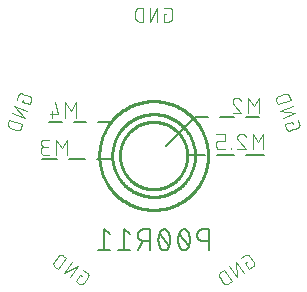
<source format=gbr>
G04 EAGLE Gerber RS-274X export*
G75*
%MOMM*%
%FSLAX34Y34*%
%LPD*%
%INSilkscreen Bottom*%
%IPPOS*%
%AMOC8*
5,1,8,0,0,1.08239X$1,22.5*%
G01*
%ADD10C,0.101600*%
%ADD11C,0.152400*%
%ADD12C,0.254000*%
%ADD13C,0.203200*%


D10*
X357094Y466149D02*
X355146Y466149D01*
X355146Y459658D01*
X359041Y459658D01*
X359140Y459660D01*
X359240Y459666D01*
X359339Y459675D01*
X359437Y459688D01*
X359535Y459705D01*
X359633Y459726D01*
X359729Y459751D01*
X359824Y459779D01*
X359918Y459811D01*
X360011Y459846D01*
X360103Y459885D01*
X360193Y459928D01*
X360281Y459973D01*
X360368Y460023D01*
X360452Y460075D01*
X360535Y460131D01*
X360615Y460189D01*
X360693Y460251D01*
X360768Y460316D01*
X360841Y460384D01*
X360911Y460454D01*
X360979Y460527D01*
X361044Y460602D01*
X361106Y460680D01*
X361164Y460760D01*
X361220Y460843D01*
X361272Y460927D01*
X361322Y461014D01*
X361367Y461102D01*
X361410Y461192D01*
X361449Y461284D01*
X361484Y461377D01*
X361516Y461471D01*
X361544Y461566D01*
X361569Y461662D01*
X361590Y461760D01*
X361607Y461858D01*
X361620Y461956D01*
X361629Y462055D01*
X361635Y462155D01*
X361637Y462254D01*
X361638Y462254D02*
X361638Y468746D01*
X361637Y468746D02*
X361635Y468845D01*
X361629Y468945D01*
X361620Y469044D01*
X361607Y469142D01*
X361590Y469240D01*
X361569Y469338D01*
X361544Y469434D01*
X361516Y469529D01*
X361484Y469623D01*
X361449Y469716D01*
X361410Y469808D01*
X361367Y469898D01*
X361322Y469986D01*
X361272Y470073D01*
X361220Y470157D01*
X361164Y470240D01*
X361106Y470320D01*
X361044Y470398D01*
X360979Y470473D01*
X360911Y470546D01*
X360841Y470616D01*
X360768Y470684D01*
X360693Y470749D01*
X360615Y470811D01*
X360535Y470869D01*
X360452Y470925D01*
X360368Y470977D01*
X360281Y471027D01*
X360193Y471072D01*
X360103Y471115D01*
X360011Y471154D01*
X359918Y471189D01*
X359824Y471221D01*
X359729Y471249D01*
X359633Y471274D01*
X359535Y471295D01*
X359437Y471312D01*
X359339Y471325D01*
X359240Y471334D01*
X359140Y471340D01*
X359041Y471342D01*
X355146Y471342D01*
X349446Y471342D02*
X349446Y459658D01*
X342954Y459658D02*
X349446Y471342D01*
X342954Y471342D02*
X342954Y459658D01*
X337254Y459658D02*
X337254Y471342D01*
X334008Y471342D01*
X333895Y471340D01*
X333782Y471334D01*
X333669Y471324D01*
X333556Y471310D01*
X333444Y471293D01*
X333333Y471271D01*
X333223Y471246D01*
X333113Y471216D01*
X333005Y471183D01*
X332898Y471146D01*
X332792Y471106D01*
X332688Y471061D01*
X332585Y471013D01*
X332484Y470962D01*
X332385Y470907D01*
X332288Y470849D01*
X332193Y470787D01*
X332100Y470722D01*
X332010Y470654D01*
X331922Y470583D01*
X331836Y470508D01*
X331753Y470431D01*
X331673Y470351D01*
X331596Y470268D01*
X331521Y470182D01*
X331450Y470094D01*
X331382Y470004D01*
X331317Y469911D01*
X331255Y469816D01*
X331197Y469719D01*
X331142Y469620D01*
X331091Y469519D01*
X331043Y469416D01*
X330998Y469312D01*
X330958Y469206D01*
X330921Y469099D01*
X330888Y468991D01*
X330858Y468881D01*
X330833Y468771D01*
X330811Y468660D01*
X330794Y468548D01*
X330780Y468435D01*
X330770Y468322D01*
X330764Y468209D01*
X330762Y468096D01*
X330762Y462904D01*
X330764Y462791D01*
X330770Y462678D01*
X330780Y462565D01*
X330794Y462452D01*
X330811Y462340D01*
X330833Y462229D01*
X330858Y462119D01*
X330888Y462009D01*
X330921Y461901D01*
X330958Y461794D01*
X330998Y461688D01*
X331043Y461584D01*
X331091Y461481D01*
X331142Y461380D01*
X331197Y461281D01*
X331255Y461184D01*
X331317Y461089D01*
X331382Y460996D01*
X331450Y460906D01*
X331521Y460818D01*
X331596Y460732D01*
X331673Y460649D01*
X331753Y460569D01*
X331836Y460492D01*
X331922Y460417D01*
X332010Y460346D01*
X332100Y460278D01*
X332193Y460213D01*
X332288Y460151D01*
X332385Y460093D01*
X332484Y460038D01*
X332585Y459987D01*
X332688Y459939D01*
X332792Y459894D01*
X332898Y459854D01*
X333005Y459817D01*
X333113Y459784D01*
X333223Y459754D01*
X333333Y459729D01*
X333444Y459707D01*
X333556Y459690D01*
X333669Y459676D01*
X333782Y459666D01*
X333895Y459660D01*
X334008Y459658D01*
X337254Y459658D01*
X463370Y374915D02*
X464036Y373085D01*
X463370Y374915D02*
X457270Y372695D01*
X458602Y369035D01*
X458603Y369035D02*
X458638Y368942D01*
X458678Y368851D01*
X458720Y368761D01*
X458767Y368673D01*
X458816Y368587D01*
X458869Y368503D01*
X458925Y368420D01*
X458984Y368340D01*
X459046Y368263D01*
X459111Y368188D01*
X459179Y368115D01*
X459250Y368045D01*
X459323Y367978D01*
X459399Y367913D01*
X459477Y367852D01*
X459558Y367793D01*
X459640Y367738D01*
X459725Y367686D01*
X459812Y367637D01*
X459900Y367592D01*
X459990Y367550D01*
X460082Y367511D01*
X460175Y367476D01*
X460269Y367445D01*
X460365Y367417D01*
X460461Y367393D01*
X460559Y367372D01*
X460657Y367356D01*
X460755Y367343D01*
X460854Y367334D01*
X460954Y367329D01*
X461053Y367327D01*
X461153Y367329D01*
X461252Y367335D01*
X461351Y367345D01*
X461449Y367359D01*
X461547Y367377D01*
X461644Y367398D01*
X461741Y367423D01*
X461836Y367451D01*
X461930Y367484D01*
X461930Y367483D02*
X468030Y369703D01*
X468030Y369704D02*
X468123Y369739D01*
X468214Y369779D01*
X468304Y369821D01*
X468392Y369868D01*
X468478Y369917D01*
X468562Y369970D01*
X468645Y370026D01*
X468725Y370085D01*
X468802Y370147D01*
X468877Y370212D01*
X468950Y370280D01*
X469020Y370351D01*
X469087Y370424D01*
X469152Y370500D01*
X469213Y370578D01*
X469272Y370659D01*
X469327Y370741D01*
X469379Y370826D01*
X469428Y370913D01*
X469473Y371001D01*
X469515Y371091D01*
X469554Y371183D01*
X469589Y371276D01*
X469620Y371370D01*
X469648Y371466D01*
X469672Y371562D01*
X469693Y371660D01*
X469709Y371758D01*
X469722Y371856D01*
X469731Y371955D01*
X469736Y372055D01*
X469738Y372154D01*
X469736Y372253D01*
X469730Y372353D01*
X469720Y372452D01*
X469706Y372550D01*
X469688Y372648D01*
X469667Y372745D01*
X469642Y372842D01*
X469614Y372937D01*
X469581Y373031D01*
X469582Y373031D02*
X468250Y376691D01*
X466300Y382048D02*
X455320Y378052D01*
X453100Y384152D02*
X466300Y382048D01*
X464080Y388148D02*
X453100Y384152D01*
X451151Y389509D02*
X462130Y393505D01*
X461020Y396555D01*
X460980Y396661D01*
X460935Y396765D01*
X460887Y396868D01*
X460836Y396969D01*
X460781Y397068D01*
X460723Y397165D01*
X460661Y397260D01*
X460596Y397353D01*
X460528Y397443D01*
X460457Y397531D01*
X460382Y397617D01*
X460305Y397700D01*
X460225Y397780D01*
X460142Y397857D01*
X460056Y397932D01*
X459968Y398003D01*
X459878Y398071D01*
X459785Y398136D01*
X459690Y398198D01*
X459593Y398256D01*
X459494Y398311D01*
X459393Y398362D01*
X459290Y398410D01*
X459186Y398455D01*
X459080Y398495D01*
X458973Y398532D01*
X458865Y398565D01*
X458755Y398595D01*
X458645Y398620D01*
X458534Y398642D01*
X458422Y398659D01*
X458309Y398673D01*
X458196Y398683D01*
X458083Y398689D01*
X457970Y398691D01*
X457857Y398689D01*
X457744Y398683D01*
X457631Y398673D01*
X457518Y398659D01*
X457406Y398642D01*
X457295Y398620D01*
X457185Y398595D01*
X457075Y398565D01*
X456967Y398532D01*
X456860Y398495D01*
X456860Y398494D02*
X451980Y396718D01*
X451980Y396719D02*
X451874Y396679D01*
X451770Y396634D01*
X451667Y396586D01*
X451566Y396535D01*
X451467Y396480D01*
X451370Y396422D01*
X451275Y396360D01*
X451182Y396295D01*
X451092Y396227D01*
X451004Y396156D01*
X450918Y396081D01*
X450835Y396004D01*
X450755Y395924D01*
X450678Y395841D01*
X450603Y395755D01*
X450532Y395667D01*
X450464Y395577D01*
X450399Y395484D01*
X450337Y395389D01*
X450279Y395292D01*
X450224Y395193D01*
X450173Y395092D01*
X450125Y394989D01*
X450080Y394885D01*
X450040Y394779D01*
X450003Y394672D01*
X449970Y394564D01*
X449940Y394454D01*
X449915Y394344D01*
X449893Y394233D01*
X449876Y394121D01*
X449862Y394008D01*
X449852Y393895D01*
X449846Y393782D01*
X449844Y393669D01*
X449846Y393556D01*
X449852Y393443D01*
X449862Y393330D01*
X449876Y393217D01*
X449893Y393105D01*
X449915Y392994D01*
X449940Y392884D01*
X449970Y392774D01*
X450003Y392666D01*
X450040Y392559D01*
X450041Y392559D02*
X451151Y389509D01*
X424851Y256480D02*
X423256Y255363D01*
X426979Y250046D01*
X430170Y252280D01*
X430169Y252280D02*
X430249Y252339D01*
X430327Y252401D01*
X430403Y252465D01*
X430476Y252533D01*
X430547Y252603D01*
X430614Y252676D01*
X430679Y252751D01*
X430741Y252829D01*
X430800Y252909D01*
X430856Y252991D01*
X430909Y253076D01*
X430958Y253162D01*
X431004Y253250D01*
X431047Y253340D01*
X431086Y253431D01*
X431121Y253524D01*
X431153Y253618D01*
X431182Y253714D01*
X431206Y253810D01*
X431227Y253907D01*
X431245Y254005D01*
X431258Y254104D01*
X431268Y254203D01*
X431274Y254302D01*
X431276Y254401D01*
X431274Y254501D01*
X431269Y254600D01*
X431259Y254699D01*
X431246Y254798D01*
X431230Y254896D01*
X431209Y254993D01*
X431185Y255090D01*
X431157Y255185D01*
X431125Y255279D01*
X431090Y255372D01*
X431051Y255464D01*
X431009Y255554D01*
X430963Y255642D01*
X430914Y255729D01*
X430862Y255813D01*
X430807Y255896D01*
X427084Y261213D01*
X427025Y261293D01*
X426963Y261371D01*
X426899Y261447D01*
X426831Y261520D01*
X426761Y261591D01*
X426688Y261658D01*
X426613Y261723D01*
X426535Y261785D01*
X426455Y261844D01*
X426373Y261900D01*
X426288Y261953D01*
X426202Y262002D01*
X426114Y262048D01*
X426024Y262091D01*
X425933Y262130D01*
X425840Y262165D01*
X425746Y262197D01*
X425650Y262226D01*
X425554Y262250D01*
X425457Y262271D01*
X425359Y262289D01*
X425260Y262302D01*
X425161Y262312D01*
X425062Y262318D01*
X424963Y262320D01*
X424863Y262318D01*
X424764Y262313D01*
X424665Y262304D01*
X424566Y262290D01*
X424468Y262274D01*
X424371Y262253D01*
X424274Y262229D01*
X424179Y262201D01*
X424085Y262169D01*
X423992Y262134D01*
X423900Y262095D01*
X423810Y262053D01*
X423722Y262007D01*
X423635Y261958D01*
X423551Y261906D01*
X423468Y261851D01*
X420278Y259617D01*
X415608Y256347D02*
X422309Y246776D01*
X416992Y243053D02*
X415608Y256347D01*
X410291Y252624D02*
X416992Y243053D01*
X412322Y239783D02*
X405621Y249354D01*
X402962Y247492D01*
X402962Y247493D02*
X402871Y247426D01*
X402781Y247357D01*
X402694Y247284D01*
X402610Y247208D01*
X402529Y247129D01*
X402450Y247048D01*
X402374Y246964D01*
X402301Y246877D01*
X402232Y246788D01*
X402165Y246696D01*
X402102Y246602D01*
X402042Y246506D01*
X401985Y246408D01*
X401932Y246308D01*
X401882Y246206D01*
X401836Y246102D01*
X401794Y245997D01*
X401755Y245891D01*
X401720Y245783D01*
X401689Y245674D01*
X401661Y245564D01*
X401638Y245453D01*
X401618Y245342D01*
X401602Y245230D01*
X401590Y245117D01*
X401582Y245004D01*
X401578Y244891D01*
X401578Y244777D01*
X401582Y244664D01*
X401590Y244551D01*
X401602Y244438D01*
X401618Y244326D01*
X401638Y244215D01*
X401661Y244104D01*
X401689Y243994D01*
X401720Y243885D01*
X401755Y243777D01*
X401794Y243671D01*
X401836Y243566D01*
X401882Y243462D01*
X401932Y243360D01*
X401985Y243260D01*
X402042Y243162D01*
X402102Y243066D01*
X402165Y242972D01*
X405144Y238718D01*
X405143Y238718D02*
X405210Y238627D01*
X405279Y238537D01*
X405352Y238450D01*
X405428Y238366D01*
X405507Y238285D01*
X405588Y238206D01*
X405672Y238130D01*
X405759Y238057D01*
X405849Y237988D01*
X405940Y237921D01*
X406034Y237858D01*
X406130Y237798D01*
X406228Y237741D01*
X406328Y237688D01*
X406430Y237638D01*
X406534Y237592D01*
X406639Y237550D01*
X406745Y237511D01*
X406853Y237476D01*
X406962Y237445D01*
X407072Y237417D01*
X407183Y237394D01*
X407294Y237374D01*
X407406Y237358D01*
X407519Y237346D01*
X407632Y237338D01*
X407745Y237334D01*
X407859Y237334D01*
X407972Y237338D01*
X408085Y237346D01*
X408198Y237358D01*
X408310Y237374D01*
X408421Y237394D01*
X408532Y237417D01*
X408642Y237445D01*
X408751Y237476D01*
X408859Y237511D01*
X408965Y237550D01*
X409070Y237592D01*
X409174Y237638D01*
X409276Y237688D01*
X409376Y237741D01*
X409474Y237798D01*
X409570Y237858D01*
X409664Y237921D01*
X412322Y239783D01*
X285396Y243983D02*
X283801Y245100D01*
X280078Y239783D01*
X283268Y237549D01*
X283351Y237494D01*
X283435Y237442D01*
X283522Y237393D01*
X283610Y237347D01*
X283700Y237305D01*
X283792Y237266D01*
X283885Y237231D01*
X283979Y237199D01*
X284074Y237171D01*
X284171Y237147D01*
X284268Y237126D01*
X284366Y237110D01*
X284465Y237096D01*
X284564Y237087D01*
X284663Y237082D01*
X284763Y237080D01*
X284862Y237082D01*
X284961Y237088D01*
X285060Y237098D01*
X285159Y237111D01*
X285257Y237129D01*
X285354Y237150D01*
X285450Y237174D01*
X285546Y237203D01*
X285640Y237235D01*
X285733Y237270D01*
X285824Y237309D01*
X285914Y237352D01*
X286002Y237398D01*
X286088Y237447D01*
X286173Y237500D01*
X286255Y237556D01*
X286335Y237615D01*
X286413Y237677D01*
X286488Y237742D01*
X286561Y237809D01*
X286631Y237880D01*
X286699Y237953D01*
X286763Y238029D01*
X286825Y238107D01*
X286884Y238187D01*
X290607Y243504D01*
X290662Y243587D01*
X290714Y243671D01*
X290763Y243758D01*
X290809Y243846D01*
X290851Y243936D01*
X290890Y244028D01*
X290925Y244121D01*
X290957Y244215D01*
X290985Y244310D01*
X291009Y244407D01*
X291030Y244504D01*
X291046Y244602D01*
X291060Y244701D01*
X291069Y244800D01*
X291074Y244899D01*
X291076Y244999D01*
X291074Y245098D01*
X291068Y245197D01*
X291058Y245296D01*
X291045Y245395D01*
X291027Y245493D01*
X291006Y245590D01*
X290982Y245686D01*
X290953Y245782D01*
X290921Y245876D01*
X290886Y245969D01*
X290847Y246060D01*
X290804Y246150D01*
X290758Y246238D01*
X290709Y246324D01*
X290656Y246409D01*
X290600Y246491D01*
X290541Y246571D01*
X290479Y246649D01*
X290414Y246724D01*
X290347Y246797D01*
X290276Y246867D01*
X290203Y246935D01*
X290127Y246999D01*
X290049Y247061D01*
X289969Y247120D01*
X289970Y247120D02*
X286779Y249354D01*
X282110Y252624D02*
X275408Y243053D01*
X270091Y246776D02*
X282110Y252624D01*
X276792Y256347D02*
X270091Y246776D01*
X265421Y250046D02*
X272122Y259617D01*
X269464Y261478D01*
X269464Y261479D02*
X269370Y261542D01*
X269274Y261602D01*
X269176Y261659D01*
X269076Y261712D01*
X268974Y261762D01*
X268870Y261808D01*
X268765Y261850D01*
X268659Y261889D01*
X268551Y261924D01*
X268442Y261955D01*
X268332Y261983D01*
X268221Y262006D01*
X268110Y262026D01*
X267998Y262042D01*
X267885Y262054D01*
X267772Y262062D01*
X267659Y262066D01*
X267545Y262066D01*
X267432Y262062D01*
X267319Y262054D01*
X267206Y262042D01*
X267094Y262026D01*
X266983Y262006D01*
X266872Y261983D01*
X266762Y261955D01*
X266653Y261924D01*
X266545Y261889D01*
X266439Y261850D01*
X266334Y261808D01*
X266230Y261762D01*
X266128Y261712D01*
X266028Y261659D01*
X265930Y261602D01*
X265834Y261542D01*
X265740Y261479D01*
X265649Y261412D01*
X265559Y261343D01*
X265472Y261270D01*
X265388Y261194D01*
X265307Y261115D01*
X265228Y261034D01*
X265152Y260950D01*
X265079Y260863D01*
X265010Y260774D01*
X264943Y260682D01*
X264944Y260681D02*
X261965Y256428D01*
X261902Y256334D01*
X261842Y256238D01*
X261785Y256140D01*
X261732Y256040D01*
X261682Y255938D01*
X261636Y255834D01*
X261594Y255729D01*
X261555Y255623D01*
X261520Y255515D01*
X261489Y255406D01*
X261461Y255296D01*
X261438Y255185D01*
X261418Y255074D01*
X261402Y254962D01*
X261390Y254849D01*
X261382Y254736D01*
X261378Y254623D01*
X261378Y254509D01*
X261382Y254396D01*
X261390Y254283D01*
X261402Y254170D01*
X261418Y254058D01*
X261438Y253947D01*
X261461Y253836D01*
X261489Y253726D01*
X261520Y253617D01*
X261555Y253509D01*
X261594Y253403D01*
X261636Y253298D01*
X261682Y253194D01*
X261732Y253092D01*
X261785Y252992D01*
X261842Y252894D01*
X261902Y252798D01*
X261965Y252704D01*
X262032Y252612D01*
X262101Y252523D01*
X262174Y252436D01*
X262250Y252352D01*
X262329Y252271D01*
X262410Y252192D01*
X262494Y252116D01*
X262581Y252043D01*
X262671Y251974D01*
X262762Y251907D01*
X265421Y250046D01*
X235150Y391729D02*
X235816Y393559D01*
X235150Y391729D02*
X241250Y389509D01*
X242582Y393169D01*
X242581Y393169D02*
X242614Y393263D01*
X242642Y393358D01*
X242667Y393455D01*
X242688Y393552D01*
X242706Y393650D01*
X242720Y393748D01*
X242730Y393847D01*
X242736Y393947D01*
X242738Y394046D01*
X242736Y394145D01*
X242731Y394245D01*
X242722Y394344D01*
X242709Y394442D01*
X242693Y394540D01*
X242672Y394638D01*
X242648Y394734D01*
X242620Y394830D01*
X242589Y394924D01*
X242554Y395017D01*
X242515Y395109D01*
X242473Y395199D01*
X242428Y395287D01*
X242379Y395374D01*
X242327Y395459D01*
X242272Y395541D01*
X242213Y395622D01*
X242152Y395700D01*
X242087Y395776D01*
X242020Y395849D01*
X241950Y395920D01*
X241877Y395988D01*
X241802Y396053D01*
X241725Y396115D01*
X241645Y396174D01*
X241562Y396230D01*
X241478Y396283D01*
X241392Y396332D01*
X241304Y396379D01*
X241214Y396421D01*
X241123Y396461D01*
X241030Y396496D01*
X234930Y398716D01*
X234930Y398717D02*
X234836Y398750D01*
X234741Y398778D01*
X234644Y398803D01*
X234547Y398824D01*
X234449Y398842D01*
X234351Y398856D01*
X234252Y398866D01*
X234153Y398872D01*
X234053Y398874D01*
X233954Y398872D01*
X233854Y398867D01*
X233755Y398858D01*
X233657Y398845D01*
X233558Y398829D01*
X233461Y398808D01*
X233365Y398784D01*
X233269Y398756D01*
X233175Y398725D01*
X233081Y398690D01*
X232990Y398651D01*
X232900Y398609D01*
X232811Y398564D01*
X232724Y398515D01*
X232640Y398463D01*
X232557Y398408D01*
X232476Y398349D01*
X232398Y398288D01*
X232322Y398223D01*
X232249Y398156D01*
X232179Y398086D01*
X232111Y398013D01*
X232046Y397938D01*
X231983Y397860D01*
X231924Y397780D01*
X231868Y397698D01*
X231815Y397614D01*
X231766Y397527D01*
X231720Y397439D01*
X231677Y397349D01*
X231637Y397258D01*
X231602Y397165D01*
X230270Y393505D01*
X228320Y388148D02*
X239300Y384152D01*
X237080Y378052D02*
X228320Y388148D01*
X226100Y382048D02*
X237080Y378052D01*
X235130Y372695D02*
X224151Y376691D01*
X223041Y373641D01*
X223040Y373641D02*
X223003Y373534D01*
X222970Y373426D01*
X222940Y373316D01*
X222915Y373206D01*
X222893Y373095D01*
X222876Y372983D01*
X222862Y372870D01*
X222852Y372757D01*
X222846Y372644D01*
X222844Y372531D01*
X222846Y372418D01*
X222852Y372305D01*
X222862Y372192D01*
X222876Y372079D01*
X222893Y371967D01*
X222915Y371856D01*
X222940Y371746D01*
X222970Y371636D01*
X223003Y371528D01*
X223040Y371421D01*
X223080Y371315D01*
X223125Y371211D01*
X223173Y371108D01*
X223224Y371007D01*
X223279Y370908D01*
X223337Y370811D01*
X223399Y370716D01*
X223464Y370623D01*
X223532Y370533D01*
X223603Y370445D01*
X223678Y370359D01*
X223755Y370276D01*
X223835Y370196D01*
X223918Y370119D01*
X224004Y370044D01*
X224092Y369973D01*
X224182Y369905D01*
X224275Y369840D01*
X224370Y369778D01*
X224467Y369720D01*
X224566Y369665D01*
X224667Y369614D01*
X224770Y369566D01*
X224874Y369521D01*
X224980Y369481D01*
X229860Y367705D01*
X229860Y367706D02*
X229967Y367669D01*
X230076Y367636D01*
X230185Y367606D01*
X230295Y367581D01*
X230407Y367559D01*
X230518Y367542D01*
X230631Y367528D01*
X230744Y367518D01*
X230857Y367512D01*
X230970Y367510D01*
X231083Y367512D01*
X231196Y367518D01*
X231309Y367528D01*
X231422Y367542D01*
X231534Y367559D01*
X231645Y367581D01*
X231755Y367606D01*
X231864Y367636D01*
X231973Y367669D01*
X232080Y367706D01*
X232186Y367746D01*
X232290Y367791D01*
X232393Y367838D01*
X232493Y367890D01*
X232593Y367945D01*
X232690Y368003D01*
X232785Y368065D01*
X232877Y368130D01*
X232968Y368198D01*
X233056Y368269D01*
X233141Y368344D01*
X233224Y368421D01*
X233304Y368501D01*
X233382Y368584D01*
X233456Y368669D01*
X233527Y368757D01*
X233595Y368848D01*
X233660Y368940D01*
X233722Y369035D01*
X233780Y369133D01*
X233835Y369232D01*
X233887Y369333D01*
X233934Y369435D01*
X233979Y369539D01*
X234019Y369645D01*
X234020Y369645D02*
X235130Y372695D01*
D11*
X392918Y283853D02*
X392918Y266073D01*
X392918Y283853D02*
X387980Y283853D01*
X387840Y283851D01*
X387701Y283845D01*
X387561Y283835D01*
X387422Y283821D01*
X387283Y283804D01*
X387145Y283782D01*
X387008Y283756D01*
X386871Y283727D01*
X386735Y283694D01*
X386601Y283657D01*
X386467Y283616D01*
X386335Y283571D01*
X386203Y283522D01*
X386074Y283470D01*
X385946Y283415D01*
X385819Y283355D01*
X385694Y283292D01*
X385571Y283226D01*
X385450Y283156D01*
X385331Y283083D01*
X385214Y283006D01*
X385100Y282926D01*
X384987Y282843D01*
X384877Y282757D01*
X384770Y282667D01*
X384665Y282575D01*
X384563Y282480D01*
X384463Y282382D01*
X384366Y282281D01*
X384272Y282177D01*
X384182Y282071D01*
X384094Y281962D01*
X384009Y281851D01*
X383928Y281737D01*
X383849Y281622D01*
X383774Y281504D01*
X383703Y281384D01*
X383635Y281261D01*
X383570Y281138D01*
X383509Y281012D01*
X383451Y280884D01*
X383397Y280756D01*
X383347Y280625D01*
X383300Y280493D01*
X383257Y280360D01*
X383218Y280226D01*
X383183Y280091D01*
X383152Y279955D01*
X383124Y279817D01*
X383101Y279680D01*
X383081Y279541D01*
X383065Y279402D01*
X383053Y279263D01*
X383045Y279124D01*
X383041Y278984D01*
X383041Y278844D01*
X383045Y278704D01*
X383053Y278565D01*
X383065Y278426D01*
X383081Y278287D01*
X383101Y278148D01*
X383124Y278011D01*
X383152Y277873D01*
X383183Y277737D01*
X383218Y277602D01*
X383257Y277468D01*
X383300Y277335D01*
X383347Y277203D01*
X383397Y277072D01*
X383451Y276944D01*
X383509Y276816D01*
X383570Y276690D01*
X383635Y276567D01*
X383703Y276445D01*
X383774Y276324D01*
X383849Y276206D01*
X383928Y276091D01*
X384009Y275977D01*
X384094Y275866D01*
X384182Y275757D01*
X384272Y275651D01*
X384366Y275547D01*
X384463Y275446D01*
X384563Y275348D01*
X384665Y275253D01*
X384770Y275161D01*
X384877Y275071D01*
X384987Y274985D01*
X385100Y274902D01*
X385214Y274822D01*
X385331Y274745D01*
X385450Y274672D01*
X385571Y274602D01*
X385694Y274536D01*
X385819Y274473D01*
X385946Y274413D01*
X386074Y274358D01*
X386203Y274306D01*
X386335Y274257D01*
X386467Y274212D01*
X386601Y274171D01*
X386735Y274134D01*
X386871Y274101D01*
X387008Y274072D01*
X387145Y274046D01*
X387283Y274024D01*
X387422Y274007D01*
X387561Y273993D01*
X387701Y273983D01*
X387840Y273977D01*
X387980Y273975D01*
X392918Y273975D01*
X376923Y274963D02*
X376919Y275313D01*
X376906Y275662D01*
X376885Y276011D01*
X376856Y276360D01*
X376819Y276708D01*
X376773Y277055D01*
X376719Y277400D01*
X376657Y277744D01*
X376586Y278087D01*
X376507Y278428D01*
X376421Y278767D01*
X376326Y279103D01*
X376223Y279438D01*
X376112Y279769D01*
X375994Y280099D01*
X375867Y280425D01*
X375733Y280748D01*
X375591Y281067D01*
X375441Y281384D01*
X375442Y281383D02*
X375402Y281496D01*
X375358Y281606D01*
X375310Y281716D01*
X375259Y281823D01*
X375204Y281929D01*
X375146Y282034D01*
X375084Y282136D01*
X375019Y282236D01*
X374951Y282334D01*
X374880Y282430D01*
X374805Y282523D01*
X374728Y282614D01*
X374648Y282702D01*
X374565Y282787D01*
X374479Y282870D01*
X374390Y282950D01*
X374299Y283027D01*
X374205Y283101D01*
X374109Y283172D01*
X374011Y283240D01*
X373911Y283304D01*
X373808Y283366D01*
X373704Y283423D01*
X373598Y283478D01*
X373490Y283529D01*
X373380Y283576D01*
X373269Y283620D01*
X373157Y283660D01*
X373043Y283696D01*
X372929Y283729D01*
X372813Y283758D01*
X372696Y283783D01*
X372579Y283804D01*
X372461Y283822D01*
X372342Y283835D01*
X372223Y283845D01*
X372104Y283851D01*
X371985Y283853D01*
X371866Y283851D01*
X371747Y283845D01*
X371628Y283835D01*
X371509Y283822D01*
X371391Y283804D01*
X371274Y283783D01*
X371157Y283758D01*
X371041Y283729D01*
X370927Y283696D01*
X370813Y283660D01*
X370701Y283620D01*
X370590Y283576D01*
X370480Y283529D01*
X370372Y283478D01*
X370266Y283423D01*
X370162Y283366D01*
X370059Y283304D01*
X369959Y283240D01*
X369861Y283172D01*
X369765Y283101D01*
X369671Y283027D01*
X369580Y282950D01*
X369491Y282870D01*
X369406Y282787D01*
X369322Y282702D01*
X369242Y282614D01*
X369165Y282523D01*
X369090Y282430D01*
X369019Y282334D01*
X368951Y282236D01*
X368886Y282136D01*
X368824Y282034D01*
X368766Y281929D01*
X368711Y281824D01*
X368660Y281716D01*
X368612Y281606D01*
X368568Y281496D01*
X368528Y281383D01*
X368528Y281384D02*
X368378Y281067D01*
X368236Y280748D01*
X368102Y280425D01*
X367975Y280099D01*
X367857Y279769D01*
X367746Y279438D01*
X367643Y279103D01*
X367548Y278767D01*
X367462Y278428D01*
X367383Y278087D01*
X367312Y277744D01*
X367250Y277400D01*
X367196Y277055D01*
X367150Y276708D01*
X367113Y276360D01*
X367084Y276011D01*
X367063Y275662D01*
X367050Y275313D01*
X367046Y274963D01*
X376923Y274963D02*
X376919Y274613D01*
X376906Y274264D01*
X376885Y273915D01*
X376856Y273566D01*
X376819Y273218D01*
X376773Y272871D01*
X376719Y272526D01*
X376657Y272182D01*
X376586Y271839D01*
X376507Y271498D01*
X376421Y271159D01*
X376326Y270823D01*
X376223Y270488D01*
X376112Y270157D01*
X375994Y269828D01*
X375867Y269501D01*
X375733Y269178D01*
X375591Y268859D01*
X375441Y268543D01*
X375442Y268542D02*
X375402Y268429D01*
X375358Y268319D01*
X375310Y268209D01*
X375259Y268102D01*
X375204Y267996D01*
X375146Y267891D01*
X375084Y267789D01*
X375019Y267689D01*
X374951Y267591D01*
X374880Y267495D01*
X374805Y267402D01*
X374728Y267311D01*
X374648Y267223D01*
X374565Y267138D01*
X374479Y267055D01*
X374390Y266975D01*
X374299Y266898D01*
X374205Y266824D01*
X374109Y266753D01*
X374011Y266685D01*
X373911Y266621D01*
X373808Y266559D01*
X373704Y266502D01*
X373598Y266447D01*
X373490Y266396D01*
X373380Y266349D01*
X373269Y266305D01*
X373157Y266265D01*
X373043Y266229D01*
X372929Y266196D01*
X372813Y266167D01*
X372696Y266142D01*
X372579Y266121D01*
X372461Y266103D01*
X372342Y266090D01*
X372223Y266080D01*
X372104Y266074D01*
X371985Y266072D01*
X368528Y268543D02*
X368378Y268859D01*
X368236Y269178D01*
X368102Y269501D01*
X367975Y269828D01*
X367857Y270157D01*
X367746Y270488D01*
X367643Y270823D01*
X367548Y271159D01*
X367462Y271498D01*
X367383Y271839D01*
X367312Y272182D01*
X367250Y272526D01*
X367196Y272871D01*
X367150Y273218D01*
X367113Y273566D01*
X367084Y273915D01*
X367063Y274264D01*
X367050Y274613D01*
X367046Y274963D01*
X368528Y268542D02*
X368568Y268429D01*
X368612Y268319D01*
X368660Y268209D01*
X368711Y268101D01*
X368766Y267995D01*
X368824Y267891D01*
X368886Y267789D01*
X368951Y267689D01*
X369019Y267591D01*
X369090Y267495D01*
X369165Y267402D01*
X369242Y267311D01*
X369322Y267223D01*
X369406Y267138D01*
X369491Y267055D01*
X369580Y266975D01*
X369671Y266898D01*
X369765Y266824D01*
X369861Y266753D01*
X369959Y266685D01*
X370059Y266621D01*
X370162Y266559D01*
X370266Y266501D01*
X370372Y266447D01*
X370480Y266396D01*
X370590Y266349D01*
X370701Y266305D01*
X370813Y266265D01*
X370927Y266229D01*
X371041Y266196D01*
X371157Y266167D01*
X371274Y266142D01*
X371391Y266121D01*
X371509Y266103D01*
X371628Y266090D01*
X371747Y266080D01*
X371866Y266074D01*
X371985Y266072D01*
X375936Y270024D02*
X368033Y279902D01*
X360173Y274963D02*
X360169Y275313D01*
X360156Y275662D01*
X360135Y276011D01*
X360106Y276360D01*
X360069Y276708D01*
X360023Y277055D01*
X359969Y277400D01*
X359907Y277744D01*
X359836Y278087D01*
X359757Y278428D01*
X359671Y278767D01*
X359576Y279103D01*
X359473Y279438D01*
X359362Y279769D01*
X359244Y280099D01*
X359117Y280425D01*
X358983Y280748D01*
X358841Y281067D01*
X358691Y281384D01*
X358691Y281383D02*
X358651Y281496D01*
X358607Y281606D01*
X358559Y281716D01*
X358508Y281823D01*
X358453Y281929D01*
X358395Y282034D01*
X358333Y282136D01*
X358268Y282236D01*
X358200Y282334D01*
X358129Y282430D01*
X358054Y282523D01*
X357977Y282614D01*
X357897Y282702D01*
X357814Y282787D01*
X357728Y282870D01*
X357639Y282950D01*
X357548Y283027D01*
X357454Y283101D01*
X357358Y283172D01*
X357260Y283240D01*
X357160Y283304D01*
X357057Y283366D01*
X356953Y283423D01*
X356847Y283478D01*
X356739Y283529D01*
X356629Y283576D01*
X356518Y283620D01*
X356406Y283660D01*
X356292Y283696D01*
X356178Y283729D01*
X356062Y283758D01*
X355945Y283783D01*
X355828Y283804D01*
X355710Y283822D01*
X355591Y283835D01*
X355472Y283845D01*
X355353Y283851D01*
X355234Y283853D01*
X355115Y283851D01*
X354996Y283845D01*
X354877Y283835D01*
X354758Y283822D01*
X354640Y283804D01*
X354523Y283783D01*
X354406Y283758D01*
X354290Y283729D01*
X354176Y283696D01*
X354062Y283660D01*
X353950Y283620D01*
X353839Y283576D01*
X353729Y283529D01*
X353621Y283478D01*
X353515Y283423D01*
X353411Y283366D01*
X353308Y283304D01*
X353208Y283240D01*
X353110Y283172D01*
X353014Y283101D01*
X352920Y283027D01*
X352829Y282950D01*
X352740Y282870D01*
X352655Y282787D01*
X352571Y282702D01*
X352491Y282614D01*
X352414Y282523D01*
X352339Y282430D01*
X352268Y282334D01*
X352200Y282236D01*
X352135Y282136D01*
X352073Y282034D01*
X352015Y281929D01*
X351960Y281824D01*
X351909Y281716D01*
X351861Y281606D01*
X351817Y281496D01*
X351777Y281383D01*
X351777Y281384D02*
X351627Y281067D01*
X351485Y280748D01*
X351351Y280425D01*
X351224Y280099D01*
X351106Y279769D01*
X350995Y279438D01*
X350892Y279103D01*
X350797Y278767D01*
X350711Y278428D01*
X350632Y278087D01*
X350561Y277744D01*
X350499Y277400D01*
X350445Y277055D01*
X350399Y276708D01*
X350362Y276360D01*
X350333Y276011D01*
X350312Y275662D01*
X350299Y275313D01*
X350295Y274963D01*
X360173Y274963D02*
X360169Y274613D01*
X360156Y274264D01*
X360135Y273915D01*
X360106Y273566D01*
X360069Y273218D01*
X360023Y272871D01*
X359969Y272526D01*
X359907Y272182D01*
X359836Y271839D01*
X359757Y271498D01*
X359671Y271159D01*
X359576Y270823D01*
X359473Y270488D01*
X359362Y270157D01*
X359244Y269828D01*
X359117Y269501D01*
X358983Y269178D01*
X358841Y268859D01*
X358691Y268543D01*
X358691Y268542D02*
X358651Y268429D01*
X358607Y268319D01*
X358559Y268209D01*
X358508Y268102D01*
X358453Y267996D01*
X358395Y267891D01*
X358333Y267789D01*
X358268Y267689D01*
X358200Y267591D01*
X358129Y267495D01*
X358054Y267402D01*
X357977Y267311D01*
X357897Y267223D01*
X357814Y267138D01*
X357728Y267055D01*
X357639Y266975D01*
X357548Y266898D01*
X357454Y266824D01*
X357358Y266753D01*
X357260Y266685D01*
X357160Y266621D01*
X357057Y266559D01*
X356953Y266502D01*
X356847Y266447D01*
X356739Y266396D01*
X356629Y266349D01*
X356518Y266305D01*
X356406Y266265D01*
X356292Y266229D01*
X356178Y266196D01*
X356062Y266167D01*
X355945Y266142D01*
X355828Y266121D01*
X355710Y266103D01*
X355591Y266090D01*
X355472Y266080D01*
X355353Y266074D01*
X355234Y266072D01*
X351777Y268543D02*
X351627Y268859D01*
X351485Y269178D01*
X351351Y269501D01*
X351224Y269828D01*
X351106Y270157D01*
X350995Y270488D01*
X350892Y270823D01*
X350797Y271159D01*
X350711Y271498D01*
X350632Y271839D01*
X350561Y272182D01*
X350499Y272526D01*
X350445Y272871D01*
X350399Y273218D01*
X350362Y273566D01*
X350333Y273915D01*
X350312Y274264D01*
X350299Y274613D01*
X350295Y274963D01*
X351777Y268542D02*
X351817Y268429D01*
X351861Y268319D01*
X351909Y268209D01*
X351960Y268101D01*
X352015Y267995D01*
X352073Y267891D01*
X352135Y267789D01*
X352200Y267689D01*
X352268Y267591D01*
X352339Y267495D01*
X352414Y267402D01*
X352491Y267311D01*
X352571Y267223D01*
X352655Y267138D01*
X352740Y267055D01*
X352829Y266975D01*
X352920Y266898D01*
X353014Y266824D01*
X353110Y266753D01*
X353208Y266685D01*
X353308Y266621D01*
X353411Y266559D01*
X353515Y266501D01*
X353621Y266447D01*
X353729Y266396D01*
X353839Y266349D01*
X353950Y266305D01*
X354062Y266265D01*
X354176Y266229D01*
X354290Y266196D01*
X354406Y266167D01*
X354523Y266142D01*
X354640Y266121D01*
X354758Y266103D01*
X354877Y266090D01*
X354996Y266080D01*
X355115Y266074D01*
X355234Y266072D01*
X359185Y270024D02*
X351283Y279902D01*
X342779Y283853D02*
X342779Y266073D01*
X342779Y283853D02*
X337840Y283853D01*
X337700Y283851D01*
X337561Y283845D01*
X337421Y283835D01*
X337282Y283821D01*
X337143Y283804D01*
X337005Y283782D01*
X336868Y283756D01*
X336731Y283727D01*
X336595Y283694D01*
X336461Y283657D01*
X336327Y283616D01*
X336195Y283571D01*
X336063Y283522D01*
X335934Y283470D01*
X335806Y283415D01*
X335679Y283355D01*
X335554Y283292D01*
X335431Y283226D01*
X335310Y283156D01*
X335191Y283083D01*
X335074Y283006D01*
X334960Y282926D01*
X334847Y282843D01*
X334737Y282757D01*
X334630Y282667D01*
X334525Y282575D01*
X334423Y282480D01*
X334323Y282382D01*
X334226Y282281D01*
X334132Y282177D01*
X334042Y282071D01*
X333954Y281962D01*
X333869Y281851D01*
X333788Y281737D01*
X333709Y281622D01*
X333634Y281504D01*
X333563Y281384D01*
X333495Y281261D01*
X333430Y281138D01*
X333369Y281012D01*
X333311Y280884D01*
X333257Y280756D01*
X333207Y280625D01*
X333160Y280493D01*
X333117Y280360D01*
X333078Y280226D01*
X333043Y280091D01*
X333012Y279955D01*
X332984Y279817D01*
X332961Y279680D01*
X332941Y279541D01*
X332925Y279402D01*
X332913Y279263D01*
X332905Y279124D01*
X332901Y278984D01*
X332901Y278844D01*
X332905Y278704D01*
X332913Y278565D01*
X332925Y278426D01*
X332941Y278287D01*
X332961Y278148D01*
X332984Y278011D01*
X333012Y277873D01*
X333043Y277737D01*
X333078Y277602D01*
X333117Y277468D01*
X333160Y277335D01*
X333207Y277203D01*
X333257Y277072D01*
X333311Y276944D01*
X333369Y276816D01*
X333430Y276690D01*
X333495Y276567D01*
X333563Y276445D01*
X333634Y276324D01*
X333709Y276206D01*
X333788Y276091D01*
X333869Y275977D01*
X333954Y275866D01*
X334042Y275757D01*
X334132Y275651D01*
X334226Y275547D01*
X334323Y275446D01*
X334423Y275348D01*
X334525Y275253D01*
X334630Y275161D01*
X334737Y275071D01*
X334847Y274985D01*
X334960Y274902D01*
X335074Y274822D01*
X335191Y274745D01*
X335310Y274672D01*
X335431Y274602D01*
X335554Y274536D01*
X335679Y274473D01*
X335806Y274413D01*
X335934Y274358D01*
X336063Y274306D01*
X336195Y274257D01*
X336327Y274212D01*
X336461Y274171D01*
X336595Y274134D01*
X336731Y274101D01*
X336868Y274072D01*
X337005Y274046D01*
X337143Y274024D01*
X337282Y274007D01*
X337421Y273993D01*
X337561Y273983D01*
X337700Y273977D01*
X337840Y273975D01*
X342779Y273975D01*
X336852Y273975D02*
X332901Y266073D01*
X326114Y279902D02*
X321175Y283853D01*
X321175Y266073D01*
X326114Y266073D02*
X316236Y266073D01*
X309363Y279902D02*
X304424Y283853D01*
X304424Y266073D01*
X299486Y266073D02*
X309363Y266073D01*
D12*
X311202Y346202D02*
X311213Y347061D01*
X311244Y347919D01*
X311297Y348777D01*
X311371Y349633D01*
X311465Y350486D01*
X311581Y351338D01*
X311717Y352186D01*
X311875Y353030D01*
X312052Y353871D01*
X312251Y354706D01*
X312470Y355537D01*
X312709Y356362D01*
X312969Y357181D01*
X313248Y357993D01*
X313547Y358798D01*
X313866Y359596D01*
X314205Y360385D01*
X314562Y361166D01*
X314939Y361938D01*
X315335Y362701D01*
X315749Y363453D01*
X316181Y364196D01*
X316632Y364927D01*
X317101Y365647D01*
X317587Y366355D01*
X318090Y367051D01*
X318610Y367735D01*
X319147Y368406D01*
X319700Y369063D01*
X320269Y369707D01*
X320853Y370336D01*
X321453Y370951D01*
X322068Y371551D01*
X322697Y372135D01*
X323341Y372704D01*
X323998Y373257D01*
X324669Y373794D01*
X325353Y374314D01*
X326049Y374817D01*
X326757Y375303D01*
X327477Y375772D01*
X328208Y376223D01*
X328951Y376655D01*
X329703Y377069D01*
X330466Y377465D01*
X331238Y377842D01*
X332019Y378199D01*
X332808Y378538D01*
X333606Y378857D01*
X334411Y379156D01*
X335223Y379435D01*
X336042Y379695D01*
X336867Y379934D01*
X337698Y380153D01*
X338533Y380352D01*
X339374Y380529D01*
X340218Y380687D01*
X341066Y380823D01*
X341918Y380939D01*
X342771Y381033D01*
X343627Y381107D01*
X344485Y381160D01*
X345343Y381191D01*
X346202Y381202D01*
X347061Y381191D01*
X347919Y381160D01*
X348777Y381107D01*
X349633Y381033D01*
X350486Y380939D01*
X351338Y380823D01*
X352186Y380687D01*
X353030Y380529D01*
X353871Y380352D01*
X354706Y380153D01*
X355537Y379934D01*
X356362Y379695D01*
X357181Y379435D01*
X357993Y379156D01*
X358798Y378857D01*
X359596Y378538D01*
X360385Y378199D01*
X361166Y377842D01*
X361938Y377465D01*
X362701Y377069D01*
X363453Y376655D01*
X364196Y376223D01*
X364927Y375772D01*
X365647Y375303D01*
X366355Y374817D01*
X367051Y374314D01*
X367735Y373794D01*
X368406Y373257D01*
X369063Y372704D01*
X369707Y372135D01*
X370336Y371551D01*
X370951Y370951D01*
X371551Y370336D01*
X372135Y369707D01*
X372704Y369063D01*
X373257Y368406D01*
X373794Y367735D01*
X374314Y367051D01*
X374817Y366355D01*
X375303Y365647D01*
X375772Y364927D01*
X376223Y364196D01*
X376655Y363453D01*
X377069Y362701D01*
X377465Y361938D01*
X377842Y361166D01*
X378199Y360385D01*
X378538Y359596D01*
X378857Y358798D01*
X379156Y357993D01*
X379435Y357181D01*
X379695Y356362D01*
X379934Y355537D01*
X380153Y354706D01*
X380352Y353871D01*
X380529Y353030D01*
X380687Y352186D01*
X380823Y351338D01*
X380939Y350486D01*
X381033Y349633D01*
X381107Y348777D01*
X381160Y347919D01*
X381191Y347061D01*
X381202Y346202D01*
X381191Y345343D01*
X381160Y344485D01*
X381107Y343627D01*
X381033Y342771D01*
X380939Y341918D01*
X380823Y341066D01*
X380687Y340218D01*
X380529Y339374D01*
X380352Y338533D01*
X380153Y337698D01*
X379934Y336867D01*
X379695Y336042D01*
X379435Y335223D01*
X379156Y334411D01*
X378857Y333606D01*
X378538Y332808D01*
X378199Y332019D01*
X377842Y331238D01*
X377465Y330466D01*
X377069Y329703D01*
X376655Y328951D01*
X376223Y328208D01*
X375772Y327477D01*
X375303Y326757D01*
X374817Y326049D01*
X374314Y325353D01*
X373794Y324669D01*
X373257Y323998D01*
X372704Y323341D01*
X372135Y322697D01*
X371551Y322068D01*
X370951Y321453D01*
X370336Y320853D01*
X369707Y320269D01*
X369063Y319700D01*
X368406Y319147D01*
X367735Y318610D01*
X367051Y318090D01*
X366355Y317587D01*
X365647Y317101D01*
X364927Y316632D01*
X364196Y316181D01*
X363453Y315749D01*
X362701Y315335D01*
X361938Y314939D01*
X361166Y314562D01*
X360385Y314205D01*
X359596Y313866D01*
X358798Y313547D01*
X357993Y313248D01*
X357181Y312969D01*
X356362Y312709D01*
X355537Y312470D01*
X354706Y312251D01*
X353871Y312052D01*
X353030Y311875D01*
X352186Y311717D01*
X351338Y311581D01*
X350486Y311465D01*
X349633Y311371D01*
X348777Y311297D01*
X347919Y311244D01*
X347061Y311213D01*
X346202Y311202D01*
X345343Y311213D01*
X344485Y311244D01*
X343627Y311297D01*
X342771Y311371D01*
X341918Y311465D01*
X341066Y311581D01*
X340218Y311717D01*
X339374Y311875D01*
X338533Y312052D01*
X337698Y312251D01*
X336867Y312470D01*
X336042Y312709D01*
X335223Y312969D01*
X334411Y313248D01*
X333606Y313547D01*
X332808Y313866D01*
X332019Y314205D01*
X331238Y314562D01*
X330466Y314939D01*
X329703Y315335D01*
X328951Y315749D01*
X328208Y316181D01*
X327477Y316632D01*
X326757Y317101D01*
X326049Y317587D01*
X325353Y318090D01*
X324669Y318610D01*
X323998Y319147D01*
X323341Y319700D01*
X322697Y320269D01*
X322068Y320853D01*
X321453Y321453D01*
X320853Y322068D01*
X320269Y322697D01*
X319700Y323341D01*
X319147Y323998D01*
X318610Y324669D01*
X318090Y325353D01*
X317587Y326049D01*
X317101Y326757D01*
X316632Y327477D01*
X316181Y328208D01*
X315749Y328951D01*
X315335Y329703D01*
X314939Y330466D01*
X314562Y331238D01*
X314205Y332019D01*
X313866Y332808D01*
X313547Y333606D01*
X313248Y334411D01*
X312969Y335223D01*
X312709Y336042D01*
X312470Y336867D01*
X312251Y337698D01*
X312052Y338533D01*
X311875Y339374D01*
X311717Y340218D01*
X311581Y341066D01*
X311465Y341918D01*
X311371Y342771D01*
X311297Y343627D01*
X311244Y344485D01*
X311213Y345343D01*
X311202Y346202D01*
X300202Y346202D02*
X300216Y347331D01*
X300257Y348459D01*
X300327Y349586D01*
X300424Y350711D01*
X300548Y351833D01*
X300700Y352952D01*
X300879Y354066D01*
X301086Y355176D01*
X301320Y356281D01*
X301581Y357379D01*
X301868Y358471D01*
X302183Y359555D01*
X302524Y360631D01*
X302891Y361699D01*
X303284Y362757D01*
X303704Y363805D01*
X304148Y364843D01*
X304618Y365870D01*
X305114Y366884D01*
X305634Y367886D01*
X306178Y368875D01*
X306746Y369851D01*
X307339Y370812D01*
X307954Y371758D01*
X308593Y372689D01*
X309254Y373604D01*
X309938Y374503D01*
X310644Y375384D01*
X311370Y376248D01*
X312118Y377094D01*
X312887Y377921D01*
X313675Y378729D01*
X314483Y379517D01*
X315310Y380286D01*
X316156Y381034D01*
X317020Y381760D01*
X317901Y382466D01*
X318800Y383150D01*
X319715Y383811D01*
X320646Y384450D01*
X321592Y385065D01*
X322553Y385658D01*
X323529Y386226D01*
X324518Y386770D01*
X325520Y387290D01*
X326534Y387786D01*
X327561Y388256D01*
X328599Y388700D01*
X329647Y389120D01*
X330705Y389513D01*
X331773Y389880D01*
X332849Y390221D01*
X333933Y390536D01*
X335025Y390823D01*
X336123Y391084D01*
X337228Y391318D01*
X338338Y391525D01*
X339452Y391704D01*
X340571Y391856D01*
X341693Y391980D01*
X342818Y392077D01*
X343945Y392147D01*
X345073Y392188D01*
X346202Y392202D01*
X347331Y392188D01*
X348459Y392147D01*
X349586Y392077D01*
X350711Y391980D01*
X351833Y391856D01*
X352952Y391704D01*
X354066Y391525D01*
X355176Y391318D01*
X356281Y391084D01*
X357379Y390823D01*
X358471Y390536D01*
X359555Y390221D01*
X360631Y389880D01*
X361699Y389513D01*
X362757Y389120D01*
X363805Y388700D01*
X364843Y388256D01*
X365870Y387786D01*
X366884Y387290D01*
X367886Y386770D01*
X368875Y386226D01*
X369851Y385658D01*
X370812Y385065D01*
X371758Y384450D01*
X372689Y383811D01*
X373604Y383150D01*
X374503Y382466D01*
X375384Y381760D01*
X376248Y381034D01*
X377094Y380286D01*
X377921Y379517D01*
X378729Y378729D01*
X379517Y377921D01*
X380286Y377094D01*
X381034Y376248D01*
X381760Y375384D01*
X382466Y374503D01*
X383150Y373604D01*
X383811Y372689D01*
X384450Y371758D01*
X385065Y370812D01*
X385658Y369851D01*
X386226Y368875D01*
X386770Y367886D01*
X387290Y366884D01*
X387786Y365870D01*
X388256Y364843D01*
X388700Y363805D01*
X389120Y362757D01*
X389513Y361699D01*
X389880Y360631D01*
X390221Y359555D01*
X390536Y358471D01*
X390823Y357379D01*
X391084Y356281D01*
X391318Y355176D01*
X391525Y354066D01*
X391704Y352952D01*
X391856Y351833D01*
X391980Y350711D01*
X392077Y349586D01*
X392147Y348459D01*
X392188Y347331D01*
X392202Y346202D01*
X392188Y345073D01*
X392147Y343945D01*
X392077Y342818D01*
X391980Y341693D01*
X391856Y340571D01*
X391704Y339452D01*
X391525Y338338D01*
X391318Y337228D01*
X391084Y336123D01*
X390823Y335025D01*
X390536Y333933D01*
X390221Y332849D01*
X389880Y331773D01*
X389513Y330705D01*
X389120Y329647D01*
X388700Y328599D01*
X388256Y327561D01*
X387786Y326534D01*
X387290Y325520D01*
X386770Y324518D01*
X386226Y323529D01*
X385658Y322553D01*
X385065Y321592D01*
X384450Y320646D01*
X383811Y319715D01*
X383150Y318800D01*
X382466Y317901D01*
X381760Y317020D01*
X381034Y316156D01*
X380286Y315310D01*
X379517Y314483D01*
X378729Y313675D01*
X377921Y312887D01*
X377094Y312118D01*
X376248Y311370D01*
X375384Y310644D01*
X374503Y309938D01*
X373604Y309254D01*
X372689Y308593D01*
X371758Y307954D01*
X370812Y307339D01*
X369851Y306746D01*
X368875Y306178D01*
X367886Y305634D01*
X366884Y305114D01*
X365870Y304618D01*
X364843Y304148D01*
X363805Y303704D01*
X362757Y303284D01*
X361699Y302891D01*
X360631Y302524D01*
X359555Y302183D01*
X358471Y301868D01*
X357379Y301581D01*
X356281Y301320D01*
X355176Y301086D01*
X354066Y300879D01*
X352952Y300700D01*
X351833Y300548D01*
X350711Y300424D01*
X349586Y300327D01*
X348459Y300257D01*
X347331Y300216D01*
X346202Y300202D01*
X345073Y300216D01*
X343945Y300257D01*
X342818Y300327D01*
X341693Y300424D01*
X340571Y300548D01*
X339452Y300700D01*
X338338Y300879D01*
X337228Y301086D01*
X336123Y301320D01*
X335025Y301581D01*
X333933Y301868D01*
X332849Y302183D01*
X331773Y302524D01*
X330705Y302891D01*
X329647Y303284D01*
X328599Y303704D01*
X327561Y304148D01*
X326534Y304618D01*
X325520Y305114D01*
X324518Y305634D01*
X323529Y306178D01*
X322553Y306746D01*
X321592Y307339D01*
X320646Y307954D01*
X319715Y308593D01*
X318800Y309254D01*
X317901Y309938D01*
X317020Y310644D01*
X316156Y311370D01*
X315310Y312118D01*
X314483Y312887D01*
X313675Y313675D01*
X312887Y314483D01*
X312118Y315310D01*
X311370Y316156D01*
X310644Y317020D01*
X309938Y317901D01*
X309254Y318800D01*
X308593Y319715D01*
X307954Y320646D01*
X307339Y321592D01*
X306746Y322553D01*
X306178Y323529D01*
X305634Y324518D01*
X305114Y325520D01*
X304618Y326534D01*
X304148Y327561D01*
X303704Y328599D01*
X303284Y329647D01*
X302891Y330705D01*
X302524Y331773D01*
X302183Y332849D01*
X301868Y333933D01*
X301581Y335025D01*
X301320Y336123D01*
X301086Y337228D01*
X300879Y338338D01*
X300700Y339452D01*
X300548Y340571D01*
X300424Y341693D01*
X300327Y342818D01*
X300257Y343945D01*
X300216Y345073D01*
X300202Y346202D01*
X317702Y346202D02*
X317711Y346901D01*
X317736Y347600D01*
X317779Y348299D01*
X317839Y348995D01*
X317916Y349691D01*
X318010Y350384D01*
X318122Y351074D01*
X318250Y351762D01*
X318394Y352446D01*
X318556Y353127D01*
X318734Y353803D01*
X318929Y354475D01*
X319140Y355142D01*
X319368Y355803D01*
X319612Y356459D01*
X319871Y357108D01*
X320147Y357751D01*
X320438Y358387D01*
X320745Y359016D01*
X321067Y359637D01*
X321405Y360250D01*
X321757Y360854D01*
X322124Y361449D01*
X322505Y362036D01*
X322901Y362613D01*
X323311Y363179D01*
X323734Y363736D01*
X324171Y364282D01*
X324622Y364817D01*
X325085Y365341D01*
X325561Y365854D01*
X326049Y366355D01*
X326550Y366843D01*
X327063Y367319D01*
X327587Y367782D01*
X328122Y368233D01*
X328668Y368670D01*
X329225Y369093D01*
X329791Y369503D01*
X330368Y369899D01*
X330955Y370280D01*
X331550Y370647D01*
X332154Y370999D01*
X332767Y371337D01*
X333388Y371659D01*
X334017Y371966D01*
X334653Y372257D01*
X335296Y372533D01*
X335945Y372792D01*
X336601Y373036D01*
X337262Y373264D01*
X337929Y373475D01*
X338601Y373670D01*
X339277Y373848D01*
X339958Y374010D01*
X340642Y374154D01*
X341330Y374282D01*
X342020Y374394D01*
X342713Y374488D01*
X343409Y374565D01*
X344105Y374625D01*
X344804Y374668D01*
X345503Y374693D01*
X346202Y374702D01*
X346901Y374693D01*
X347600Y374668D01*
X348299Y374625D01*
X348995Y374565D01*
X349691Y374488D01*
X350384Y374394D01*
X351074Y374282D01*
X351762Y374154D01*
X352446Y374010D01*
X353127Y373848D01*
X353803Y373670D01*
X354475Y373475D01*
X355142Y373264D01*
X355803Y373036D01*
X356459Y372792D01*
X357108Y372533D01*
X357751Y372257D01*
X358387Y371966D01*
X359016Y371659D01*
X359637Y371337D01*
X360250Y370999D01*
X360854Y370647D01*
X361449Y370280D01*
X362036Y369899D01*
X362613Y369503D01*
X363179Y369093D01*
X363736Y368670D01*
X364282Y368233D01*
X364817Y367782D01*
X365341Y367319D01*
X365854Y366843D01*
X366355Y366355D01*
X366843Y365854D01*
X367319Y365341D01*
X367782Y364817D01*
X368233Y364282D01*
X368670Y363736D01*
X369093Y363179D01*
X369503Y362613D01*
X369899Y362036D01*
X370280Y361449D01*
X370647Y360854D01*
X370999Y360250D01*
X371337Y359637D01*
X371659Y359016D01*
X371966Y358387D01*
X372257Y357751D01*
X372533Y357108D01*
X372792Y356459D01*
X373036Y355803D01*
X373264Y355142D01*
X373475Y354475D01*
X373670Y353803D01*
X373848Y353127D01*
X374010Y352446D01*
X374154Y351762D01*
X374282Y351074D01*
X374394Y350384D01*
X374488Y349691D01*
X374565Y348995D01*
X374625Y348299D01*
X374668Y347600D01*
X374693Y346901D01*
X374702Y346202D01*
X374693Y345503D01*
X374668Y344804D01*
X374625Y344105D01*
X374565Y343409D01*
X374488Y342713D01*
X374394Y342020D01*
X374282Y341330D01*
X374154Y340642D01*
X374010Y339958D01*
X373848Y339277D01*
X373670Y338601D01*
X373475Y337929D01*
X373264Y337262D01*
X373036Y336601D01*
X372792Y335945D01*
X372533Y335296D01*
X372257Y334653D01*
X371966Y334017D01*
X371659Y333388D01*
X371337Y332767D01*
X370999Y332154D01*
X370647Y331550D01*
X370280Y330955D01*
X369899Y330368D01*
X369503Y329791D01*
X369093Y329225D01*
X368670Y328668D01*
X368233Y328122D01*
X367782Y327587D01*
X367319Y327063D01*
X366843Y326550D01*
X366355Y326049D01*
X365854Y325561D01*
X365341Y325085D01*
X364817Y324622D01*
X364282Y324171D01*
X363736Y323734D01*
X363179Y323311D01*
X362613Y322901D01*
X362036Y322505D01*
X361449Y322124D01*
X360854Y321757D01*
X360250Y321405D01*
X359637Y321067D01*
X359016Y320745D01*
X358387Y320438D01*
X357751Y320147D01*
X357108Y319871D01*
X356459Y319612D01*
X355803Y319368D01*
X355142Y319140D01*
X354475Y318929D01*
X353803Y318734D01*
X353127Y318556D01*
X352446Y318394D01*
X351762Y318250D01*
X351074Y318122D01*
X350384Y318010D01*
X349691Y317916D01*
X348995Y317839D01*
X348299Y317779D01*
X347600Y317736D01*
X346901Y317711D01*
X346202Y317702D01*
X345503Y317711D01*
X344804Y317736D01*
X344105Y317779D01*
X343409Y317839D01*
X342713Y317916D01*
X342020Y318010D01*
X341330Y318122D01*
X340642Y318250D01*
X339958Y318394D01*
X339277Y318556D01*
X338601Y318734D01*
X337929Y318929D01*
X337262Y319140D01*
X336601Y319368D01*
X335945Y319612D01*
X335296Y319871D01*
X334653Y320147D01*
X334017Y320438D01*
X333388Y320745D01*
X332767Y321067D01*
X332154Y321405D01*
X331550Y321757D01*
X330955Y322124D01*
X330368Y322505D01*
X329791Y322901D01*
X329225Y323311D01*
X328668Y323734D01*
X328122Y324171D01*
X327587Y324622D01*
X327063Y325085D01*
X326550Y325561D01*
X326049Y326049D01*
X325561Y326550D01*
X325085Y327063D01*
X324622Y327587D01*
X324171Y328122D01*
X323734Y328668D01*
X323311Y329225D01*
X322901Y329791D01*
X322505Y330368D01*
X322124Y330955D01*
X321757Y331550D01*
X321405Y332154D01*
X321067Y332767D01*
X320745Y333388D01*
X320438Y334017D01*
X320147Y334653D01*
X319871Y335296D01*
X319612Y335945D01*
X319368Y336601D01*
X319140Y337262D01*
X318929Y337929D01*
X318734Y338601D01*
X318556Y339277D01*
X318394Y339958D01*
X318250Y340642D01*
X318122Y341330D01*
X318010Y342020D01*
X317916Y342713D01*
X317839Y343409D01*
X317779Y344105D01*
X317736Y344804D01*
X317711Y345503D01*
X317702Y346202D01*
D13*
X356870Y354330D02*
X381000Y378460D01*
X392537Y378460D01*
X402537Y378460D02*
X414073Y378460D01*
X424073Y378460D02*
X435610Y378460D01*
D10*
X435257Y382016D02*
X435257Y395224D01*
X430854Y387886D01*
X426451Y395224D01*
X426451Y382016D01*
X416405Y395224D02*
X416292Y395222D01*
X416180Y395216D01*
X416067Y395207D01*
X415955Y395193D01*
X415844Y395176D01*
X415733Y395155D01*
X415623Y395130D01*
X415514Y395102D01*
X415406Y395069D01*
X415299Y395033D01*
X415194Y394994D01*
X415089Y394951D01*
X414987Y394904D01*
X414886Y394854D01*
X414787Y394800D01*
X414689Y394743D01*
X414594Y394683D01*
X414501Y394620D01*
X414410Y394553D01*
X414321Y394483D01*
X414235Y394411D01*
X414151Y394335D01*
X414070Y394257D01*
X413992Y394176D01*
X413916Y394092D01*
X413844Y394006D01*
X413774Y393917D01*
X413707Y393826D01*
X413644Y393733D01*
X413584Y393638D01*
X413527Y393540D01*
X413473Y393441D01*
X413423Y393340D01*
X413376Y393238D01*
X413333Y393133D01*
X413294Y393028D01*
X413258Y392921D01*
X413225Y392813D01*
X413197Y392704D01*
X413172Y392594D01*
X413151Y392483D01*
X413134Y392372D01*
X413120Y392260D01*
X413111Y392147D01*
X413105Y392035D01*
X413103Y391922D01*
X416405Y395224D02*
X416532Y395222D01*
X416659Y395216D01*
X416786Y395207D01*
X416912Y395194D01*
X417038Y395177D01*
X417163Y395156D01*
X417288Y395131D01*
X417411Y395103D01*
X417534Y395071D01*
X417656Y395035D01*
X417777Y394996D01*
X417897Y394953D01*
X418015Y394907D01*
X418132Y394857D01*
X418247Y394803D01*
X418360Y394746D01*
X418472Y394686D01*
X418582Y394623D01*
X418690Y394556D01*
X418796Y394486D01*
X418900Y394413D01*
X419002Y394336D01*
X419101Y394257D01*
X419198Y394175D01*
X419292Y394090D01*
X419384Y394002D01*
X419473Y393912D01*
X419559Y393818D01*
X419643Y393723D01*
X419723Y393625D01*
X419801Y393524D01*
X419876Y393421D01*
X419947Y393316D01*
X420015Y393209D01*
X420080Y393100D01*
X420142Y392989D01*
X420201Y392876D01*
X420256Y392762D01*
X420307Y392646D01*
X420355Y392528D01*
X420400Y392409D01*
X420441Y392289D01*
X414204Y389354D02*
X414122Y389434D01*
X414043Y389517D01*
X413966Y389603D01*
X413892Y389691D01*
X413822Y389782D01*
X413754Y389874D01*
X413689Y389969D01*
X413627Y390066D01*
X413569Y390165D01*
X413513Y390266D01*
X413461Y390368D01*
X413413Y390472D01*
X413368Y390578D01*
X413326Y390685D01*
X413287Y390793D01*
X413253Y390903D01*
X413221Y391013D01*
X413194Y391125D01*
X413170Y391237D01*
X413149Y391350D01*
X413133Y391464D01*
X413120Y391578D01*
X413110Y391692D01*
X413105Y391807D01*
X413103Y391922D01*
X414204Y389354D02*
X420441Y382016D01*
X413103Y382016D01*
X439138Y364744D02*
X439138Y351536D01*
X434735Y357406D02*
X439138Y364744D01*
X434735Y357406D02*
X430332Y364744D01*
X430332Y351536D01*
X420286Y364744D02*
X420173Y364742D01*
X420061Y364736D01*
X419948Y364727D01*
X419836Y364713D01*
X419725Y364696D01*
X419614Y364675D01*
X419504Y364650D01*
X419395Y364622D01*
X419287Y364589D01*
X419180Y364553D01*
X419075Y364514D01*
X418970Y364471D01*
X418868Y364424D01*
X418767Y364374D01*
X418668Y364320D01*
X418570Y364263D01*
X418475Y364203D01*
X418382Y364140D01*
X418291Y364073D01*
X418202Y364003D01*
X418116Y363931D01*
X418032Y363855D01*
X417951Y363777D01*
X417873Y363696D01*
X417797Y363612D01*
X417725Y363526D01*
X417655Y363437D01*
X417588Y363346D01*
X417525Y363253D01*
X417465Y363158D01*
X417408Y363060D01*
X417354Y362961D01*
X417304Y362860D01*
X417257Y362758D01*
X417214Y362653D01*
X417175Y362548D01*
X417139Y362441D01*
X417106Y362333D01*
X417078Y362224D01*
X417053Y362114D01*
X417032Y362003D01*
X417015Y361892D01*
X417001Y361780D01*
X416992Y361667D01*
X416986Y361555D01*
X416984Y361442D01*
X420286Y364744D02*
X420413Y364742D01*
X420540Y364736D01*
X420667Y364727D01*
X420793Y364714D01*
X420919Y364697D01*
X421044Y364676D01*
X421169Y364651D01*
X421292Y364623D01*
X421415Y364591D01*
X421537Y364555D01*
X421658Y364516D01*
X421778Y364473D01*
X421896Y364427D01*
X422013Y364377D01*
X422128Y364323D01*
X422241Y364266D01*
X422353Y364206D01*
X422463Y364143D01*
X422571Y364076D01*
X422677Y364006D01*
X422781Y363933D01*
X422883Y363856D01*
X422982Y363777D01*
X423079Y363695D01*
X423173Y363610D01*
X423265Y363522D01*
X423354Y363432D01*
X423440Y363338D01*
X423524Y363243D01*
X423604Y363145D01*
X423682Y363044D01*
X423757Y362941D01*
X423828Y362836D01*
X423896Y362729D01*
X423961Y362620D01*
X424023Y362509D01*
X424082Y362396D01*
X424137Y362282D01*
X424188Y362166D01*
X424236Y362048D01*
X424281Y361929D01*
X424322Y361809D01*
X418085Y358874D02*
X418003Y358954D01*
X417924Y359037D01*
X417847Y359123D01*
X417773Y359211D01*
X417703Y359302D01*
X417635Y359394D01*
X417570Y359489D01*
X417508Y359586D01*
X417450Y359685D01*
X417394Y359786D01*
X417342Y359888D01*
X417294Y359992D01*
X417249Y360098D01*
X417207Y360205D01*
X417168Y360313D01*
X417134Y360423D01*
X417102Y360533D01*
X417075Y360645D01*
X417051Y360757D01*
X417030Y360870D01*
X417014Y360984D01*
X417001Y361098D01*
X416991Y361212D01*
X416986Y361327D01*
X416984Y361442D01*
X418085Y358874D02*
X424322Y351536D01*
X416984Y351536D01*
X412059Y351536D02*
X412059Y352270D01*
X411325Y352270D01*
X411325Y351536D01*
X412059Y351536D01*
X406400Y351536D02*
X401997Y351536D01*
X401890Y351538D01*
X401783Y351544D01*
X401676Y351554D01*
X401570Y351567D01*
X401464Y351585D01*
X401359Y351606D01*
X401255Y351631D01*
X401151Y351660D01*
X401049Y351693D01*
X400949Y351730D01*
X400849Y351770D01*
X400751Y351814D01*
X400655Y351861D01*
X400561Y351912D01*
X400468Y351966D01*
X400378Y352023D01*
X400289Y352084D01*
X400203Y352148D01*
X400120Y352215D01*
X400038Y352285D01*
X399960Y352358D01*
X399884Y352434D01*
X399811Y352512D01*
X399741Y352594D01*
X399674Y352677D01*
X399610Y352763D01*
X399549Y352852D01*
X399492Y352942D01*
X399438Y353035D01*
X399387Y353129D01*
X399340Y353225D01*
X399296Y353323D01*
X399256Y353423D01*
X399219Y353523D01*
X399186Y353625D01*
X399157Y353729D01*
X399132Y353833D01*
X399111Y353938D01*
X399093Y354044D01*
X399080Y354150D01*
X399070Y354257D01*
X399064Y354364D01*
X399062Y354471D01*
X399062Y355939D01*
X399064Y356046D01*
X399070Y356153D01*
X399080Y356260D01*
X399093Y356366D01*
X399111Y356472D01*
X399132Y356577D01*
X399157Y356681D01*
X399186Y356785D01*
X399219Y356887D01*
X399256Y356987D01*
X399296Y357087D01*
X399340Y357185D01*
X399387Y357281D01*
X399438Y357375D01*
X399492Y357468D01*
X399549Y357558D01*
X399610Y357647D01*
X399674Y357733D01*
X399741Y357816D01*
X399811Y357898D01*
X399884Y357976D01*
X399960Y358052D01*
X400038Y358125D01*
X400120Y358195D01*
X400203Y358262D01*
X400289Y358326D01*
X400378Y358387D01*
X400468Y358444D01*
X400561Y358498D01*
X400655Y358549D01*
X400751Y358597D01*
X400849Y358640D01*
X400949Y358680D01*
X401049Y358717D01*
X401151Y358750D01*
X401255Y358779D01*
X401359Y358804D01*
X401464Y358825D01*
X401570Y358843D01*
X401676Y358856D01*
X401783Y358866D01*
X401890Y358872D01*
X401997Y358874D01*
X406400Y358874D01*
X406400Y364744D01*
X399062Y364744D01*
X272697Y359664D02*
X272697Y346456D01*
X268294Y352326D02*
X272697Y359664D01*
X268294Y352326D02*
X263891Y359664D01*
X263891Y346456D01*
X257881Y346456D02*
X254212Y346456D01*
X254092Y346458D01*
X253972Y346464D01*
X253852Y346474D01*
X253733Y346487D01*
X253614Y346505D01*
X253496Y346526D01*
X253379Y346552D01*
X253262Y346581D01*
X253147Y346614D01*
X253033Y346651D01*
X252920Y346691D01*
X252808Y346735D01*
X252698Y346783D01*
X252589Y346834D01*
X252482Y346889D01*
X252378Y346948D01*
X252275Y347009D01*
X252174Y347074D01*
X252075Y347143D01*
X251978Y347214D01*
X251884Y347289D01*
X251793Y347366D01*
X251704Y347447D01*
X251618Y347531D01*
X251534Y347617D01*
X251453Y347706D01*
X251376Y347797D01*
X251301Y347891D01*
X251230Y347988D01*
X251161Y348087D01*
X251096Y348188D01*
X251035Y348291D01*
X250976Y348395D01*
X250921Y348502D01*
X250870Y348611D01*
X250822Y348721D01*
X250778Y348833D01*
X250738Y348946D01*
X250701Y349060D01*
X250668Y349175D01*
X250639Y349292D01*
X250613Y349409D01*
X250592Y349527D01*
X250574Y349646D01*
X250561Y349765D01*
X250551Y349885D01*
X250545Y350005D01*
X250543Y350125D01*
X250545Y350245D01*
X250551Y350365D01*
X250561Y350485D01*
X250574Y350604D01*
X250592Y350723D01*
X250613Y350841D01*
X250639Y350958D01*
X250668Y351075D01*
X250701Y351190D01*
X250738Y351304D01*
X250778Y351417D01*
X250822Y351529D01*
X250870Y351639D01*
X250921Y351748D01*
X250976Y351855D01*
X251035Y351960D01*
X251096Y352062D01*
X251161Y352163D01*
X251230Y352262D01*
X251301Y352359D01*
X251376Y352453D01*
X251453Y352544D01*
X251534Y352633D01*
X251618Y352719D01*
X251704Y352803D01*
X251793Y352884D01*
X251884Y352961D01*
X251978Y353036D01*
X252075Y353107D01*
X252174Y353176D01*
X252275Y353241D01*
X252378Y353302D01*
X252482Y353361D01*
X252589Y353416D01*
X252698Y353467D01*
X252808Y353515D01*
X252920Y353559D01*
X253033Y353599D01*
X253147Y353636D01*
X253262Y353669D01*
X253379Y353698D01*
X253496Y353724D01*
X253614Y353745D01*
X253733Y353763D01*
X253852Y353776D01*
X253972Y353786D01*
X254092Y353792D01*
X254212Y353794D01*
X253478Y359664D02*
X257881Y359664D01*
X253478Y359664D02*
X253371Y359662D01*
X253264Y359656D01*
X253157Y359646D01*
X253051Y359633D01*
X252945Y359615D01*
X252840Y359594D01*
X252736Y359569D01*
X252632Y359540D01*
X252530Y359507D01*
X252430Y359470D01*
X252330Y359430D01*
X252232Y359386D01*
X252136Y359339D01*
X252042Y359288D01*
X251949Y359234D01*
X251859Y359177D01*
X251770Y359116D01*
X251684Y359052D01*
X251601Y358985D01*
X251519Y358915D01*
X251441Y358842D01*
X251365Y358766D01*
X251292Y358688D01*
X251222Y358606D01*
X251155Y358523D01*
X251091Y358437D01*
X251030Y358348D01*
X250973Y358258D01*
X250919Y358165D01*
X250868Y358071D01*
X250821Y357975D01*
X250777Y357877D01*
X250737Y357777D01*
X250700Y357677D01*
X250667Y357575D01*
X250638Y357471D01*
X250613Y357367D01*
X250592Y357262D01*
X250574Y357156D01*
X250561Y357050D01*
X250551Y356943D01*
X250545Y356836D01*
X250543Y356729D01*
X250545Y356622D01*
X250551Y356515D01*
X250561Y356408D01*
X250574Y356302D01*
X250592Y356196D01*
X250613Y356091D01*
X250638Y355987D01*
X250667Y355883D01*
X250700Y355781D01*
X250737Y355681D01*
X250777Y355581D01*
X250821Y355483D01*
X250868Y355387D01*
X250919Y355293D01*
X250973Y355200D01*
X251030Y355110D01*
X251091Y355021D01*
X251155Y354935D01*
X251222Y354852D01*
X251292Y354770D01*
X251365Y354692D01*
X251441Y354616D01*
X251519Y354543D01*
X251601Y354473D01*
X251684Y354406D01*
X251770Y354342D01*
X251859Y354281D01*
X251949Y354224D01*
X252042Y354170D01*
X252136Y354119D01*
X252232Y354072D01*
X252330Y354028D01*
X252430Y353988D01*
X252530Y353951D01*
X252632Y353918D01*
X252736Y353889D01*
X252840Y353864D01*
X252945Y353843D01*
X253051Y353825D01*
X253157Y353812D01*
X253264Y353802D01*
X253371Y353796D01*
X253478Y353794D01*
X256414Y353794D01*
X280317Y378206D02*
X280317Y391414D01*
X275914Y384076D01*
X271511Y391414D01*
X271511Y378206D01*
X265501Y381141D02*
X262566Y391414D01*
X265501Y381141D02*
X258163Y381141D01*
X260365Y384076D02*
X260365Y378206D01*
D13*
X257810Y374650D02*
X268500Y374650D01*
X278500Y374650D02*
X289190Y374650D01*
X299190Y374650D02*
X309880Y374650D01*
X264690Y342900D02*
X251460Y342900D01*
X274690Y342900D02*
X287920Y342900D01*
X297920Y342900D02*
X311150Y342900D01*
X374650Y346710D02*
X389573Y346710D01*
X399573Y346710D02*
X414497Y346710D01*
X424497Y346710D02*
X439420Y346710D01*
M02*

</source>
